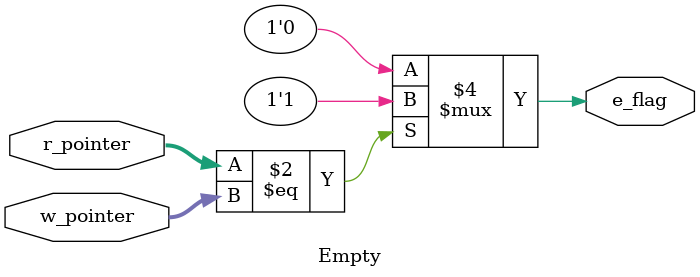
<source format=sv>
/******************************************************************************
***                                                                         ***
*** Ece 527L Experiment #4                      German Zepeda, Spring 2019  ***
*** Experiment #4, FIFO                                                     ***
*******************************************************************************
*** Filename: Empty.sv                                                      ***
***                                                                         ***
*** This file does the empty flag check/comparator   			    ***
*******************************************************************************
*/
`timescale 1 ps/1ps
module Empty(
	r_pointer,
	w_pointer,
	e_flag
	);

//parameters
parameter SIZE = 4;

//inputs
input [SIZE-1:0] r_pointer;
input [SIZE-1:0] w_pointer;

//outputs
output e_flag;

//reg 
reg e_flag;

//always block
	always_comb begin
		if(r_pointer==w_pointer)begin
			e_flag	=1'b1;
		end else begin
			e_flag	=1'b0;
		end
	end
endmodule

</source>
